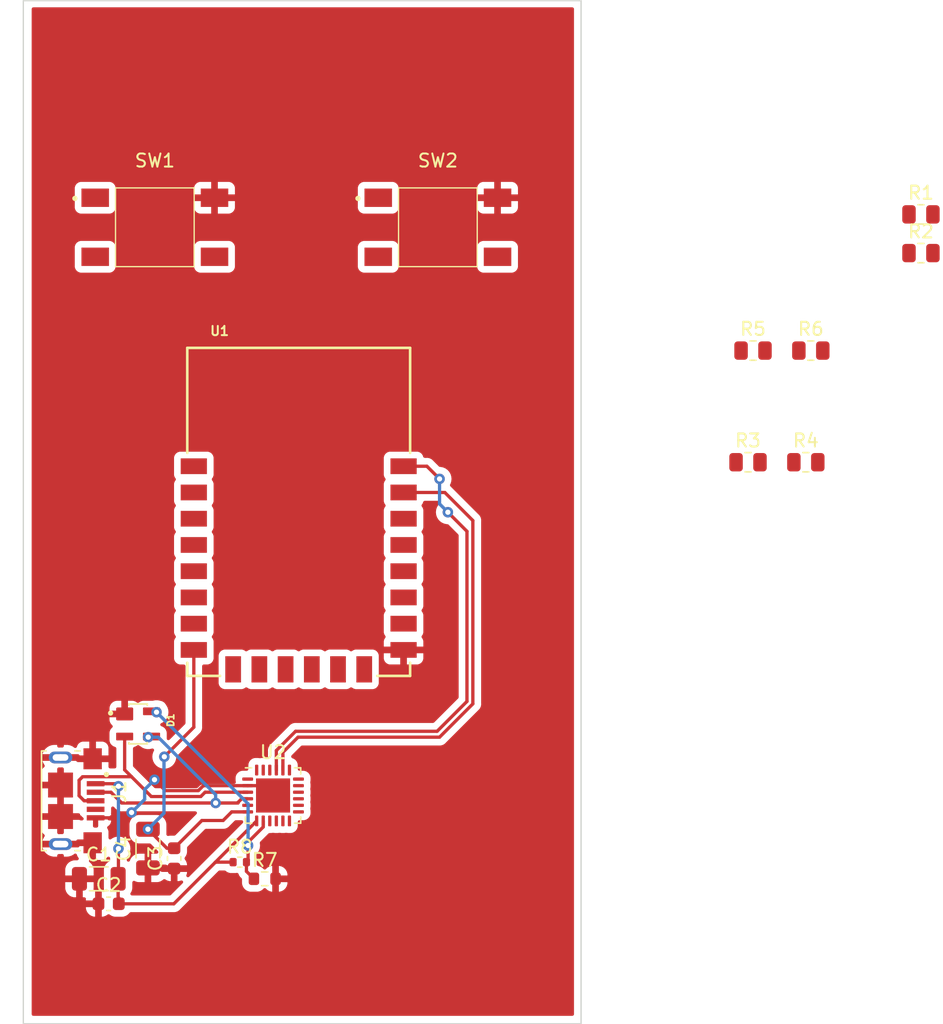
<source format=kicad_pcb>
(kicad_pcb (version 20211014) (generator pcbnew)
  (layers (0 "F.Cu" signal) (31 "B.Cu" signal) (34 "B.Paste" user) (35 "F.Paste" user) (36 "B.SilkS" user "B.Silkscreen") (37 "F.SilkS" user "F.Silkscreen") (38 "B.Mask" user) (39 "F.Mask" user) (44 "Edge.Cuts" user))
  (net 0 "")
  (net 1 "GND")
  (net 2 "/USB/VREGIN")
  (net 3 "+3V3")
  (net 4 "Net-(D1-Pad2)")
  (net 5 "Net-(D1-Pad3)")
  (net 6 "Net-(D1-Pad4)")
  (net 8 "Net-(R1-Pad1)")
  (net 9 "Net-(R2-Pad2)")
  (net 10 "Net-(R3-Pad1)")
  (net 11 "Net-(R4-Pad2)")
  (net 12 "/Microcontroller/SDA")
  (net 13 "/Microcontroller/SCL")
  (net 14 "Net-(R9-Pad1)")
  (net 15 "/USB/RST")
  (net 17 "/Microcontroller/RX")
  (net 18 "/Microcontroller/TX")
  (footprint "Resistor_SMD:R_0805_2012Metric" (layer "F.Cu") (at 147.066 82.296)
    (fp_text reference "R6" (at 0 -1.65) (layer "F.SilkS"))
    (fp_text value "4.7k")
    (fp_line (start -0.227064 -0.735) (end 0.227064 -0.735) (layer "F.SilkS") (width 0.12))
    (fp_line (start -0.227064 0.735) (end 0.227064 0.735) (layer "F.SilkS") (width 0.12))
    (pad "1" smd roundrect (at -0.9125 0) (size 1.025 1.4) (layers "F.Cu" "F.Paste" "F.Mask") (roundrect_rratio 0.243902) (net 3 "+3V3"))
    (pad "2" smd roundrect (at 0.9125 0) (size 1.025 1.4) (layers "F.Cu" "F.Paste" "F.Mask") (roundrect_rratio 0.243902) (net 13 "/Microcontroller/SCL"))
  )
  (footprint "Capacitor_SMD:C_0603_1608Metric" (layer "F.Cu") (at 98.5 121 90)
    (fp_text reference "C3" (at 0 -1.43 90) (layer "F.SilkS"))
    (fp_text value "0.1uF")
    (fp_line (start -0.14058 0.51) (end 0.14058 0.51) (layer "F.SilkS") (width 0.12))
    (fp_line (start -0.14058 -0.51) (end 0.14058 -0.51) (layer "F.SilkS") (width 0.12))
    (pad "1" smd roundrect (at -0.775 0 90) (size 0.9 0.95) (layers "F.Cu" "F.Paste" "F.Mask") (net 1 "GND"))
    (pad "2" smd roundrect (at 0.775 0 90) (size 0.9 0.95) (layers "F.Cu" "F.Paste" "F.Mask") (net 3 "+3V3"))
  )
  (footprint "Resistor_SMD:R_0603_1608Metric" (layer "F.Cu") (at 105.41 122.555)
    (fp_text reference "R7" (at 0 -1.43) (layer "F.SilkS"))
    (fp_text value "47.5k")
    (fp_line (start -0.237258 -0.5225) (end 0.237258 -0.5225) (layer "F.SilkS") (width 0.12))
    (fp_line (start -0.237258 0.5225) (end 0.237258 0.5225) (layer "F.SilkS") (width 0.12))
    (pad "1" smd roundrect (at -0.825 0) (size 0.8 0.95) (layers "F.Cu" "F.Paste" "F.Mask") (net 6 "Net-(D1-Pad4)"))
    (pad "2" smd roundrect (at 0.825 0) (size 0.8 0.95) (layers "F.Cu" "F.Paste" "F.Mask") (net 1 "GND"))
  )
  (footprint "TL3301AF260QG Pushbutton:TL3301AF260QG" (layer "F.Cu") (at 97.028 72.898)
    (fp_text reference "SW1" (at 0 -5.08) (layer "F.SilkS"))
    (fp_text value "SW_SPST")
    (fp_line (start -3 3) (end 3 3) (layer "F.SilkS") (width 0.1))
    (fp_line (start 3 -3) (end -3 -3) (layer "F.SilkS") (width 0.1))
    (fp_line (start 3 3) (end 3 -3) (layer "F.SilkS") (width 0.1))
    (fp_line (start -3 -3) (end -3 3) (layer "F.SilkS") (width 0.1))
    (fp_arc (start -6.1 -2.3) (mid -6 -2.2) (end -6.1 -2.1) (layer "F.SilkS") (width 0.2))
    (fp_arc (start -6.1 -2.1) (mid -6.2 -2.2) (end -6.1 -2.3) (layer "F.SilkS") (width 0.2))
    (pad "1" smd rect locked (at -4.55 -2.25) (size 2.1 1.4) (layers "F.Cu" "F.Paste" "F.Mask") (net 9 "Net-(R2-Pad2)"))
    (pad "2" smd rect locked (at 4.55 -2.25) (size 2.1 1.4) (layers "F.Cu" "F.Paste" "F.Mask") (net 1 "GND"))
    (pad "3" smd rect locked (at -4.55 2.25) (size 2.1 1.4) (layers "F.Cu" "F.Paste" "F.Mask"))
    (pad "4" smd rect locked (at 4.55 2.25) (size 2.1 1.4) (layers "F.Cu" "F.Paste" "F.Mask"))
  )
  (footprint "Resistor_SMD:R_0805_2012Metric" (layer "F.Cu") (at 155.466 74.866)
    (fp_text reference "R2" (at 0 -1.65) (layer "F.SilkS"))
    (fp_text value "10k")
    (fp_line (start -0.227064 -0.735) (end 0.227064 -0.735) (layer "F.SilkS") (width 0.12))
    (fp_line (start -0.227064 0.735) (end 0.227064 0.735) (layer "F.SilkS") (width 0.12))
    (pad "1" smd roundrect (at -0.9125 0) (size 1.025 1.4) (layers "F.Cu" "F.Paste" "F.Mask") (roundrect_rratio 0.243902) (net 3 "+3V3"))
    (pad "2" smd roundrect (at 0.9125 0) (size 1.025 1.4) (layers "F.Cu" "F.Paste" "F.Mask") (roundrect_rratio 0.243902) (net 9 "Net-(R2-Pad2)"))
  )
  (footprint "TL3301AF260QG Pushbutton:TL3301AF260QG" (layer "F.Cu") (at 118.618 72.898)
    (fp_text reference "SW2" (at 0 -5.08) (layer "F.SilkS"))
    (fp_text value "SW_SPST")
    (fp_line (start -3 3) (end 3 3) (layer "F.SilkS") (width 0.1))
    (fp_line (start -3 -3) (end -3 3) (layer "F.SilkS") (width 0.1))
    (fp_line (start 3 -3) (end -3 -3) (layer "F.SilkS") (width 0.1))
    (fp_line (start 3 3) (end 3 -3) (layer "F.SilkS") (width 0.1))
    (fp_arc (start -6.1 -2.3) (mid -6 -2.2) (end -6.1 -2.1) (layer "F.SilkS") (width 0.2))
    (fp_arc (start -6.1 -2.1) (mid -6.2 -2.2) (end -6.1 -2.3) (layer "F.SilkS") (width 0.2))
    (pad "1" smd rect locked (at -4.55 -2.25) (size 2.1 1.4) (layers "F.Cu" "F.Paste" "F.Mask") (net 11 "Net-(R4-Pad2)"))
    (pad "2" smd rect locked (at 4.55 -2.25) (size 2.1 1.4) (layers "F.Cu" "F.Paste" "F.Mask") (net 1 "GND"))
    (pad "3" smd rect locked (at -4.55 2.25) (size 2.1 1.4) (layers "F.Cu" "F.Paste" "F.Mask"))
    (pad "4" smd rect locked (at 4.55 2.25) (size 2.1 1.4) (layers "F.Cu" "F.Paste" "F.Mask"))
  )
  (footprint "Resistor_SMD:R_0805_2012Metric" (layer "F.Cu") (at 155.466 71.916)
    (fp_text reference "R1" (at 0 -1.65) (layer "F.SilkS"))
    (fp_text value "10k")
    (fp_line (start -0.227064 0.735) (end 0.227064 0.735) (layer "F.SilkS") (width 0.12))
    (fp_line (start -0.227064 -0.735) (end 0.227064 -0.735) (layer "F.SilkS") (width 0.12))
    (pad "1" smd roundrect (at -0.9125 0) (size 1.025 1.4) (layers "F.Cu" "F.Paste" "F.Mask") (roundrect_rratio 0.243902) (net 8 "Net-(R1-Pad1)"))
    (pad "2" smd roundrect (at 0.9125 0) (size 1.025 1.4) (layers "F.Cu" "F.Paste" "F.Mask") (roundrect_rratio 0.243902) (net 3 "+3V3"))
  )
  (footprint "Capacitor_SMD:C_0603_1608Metric" (layer "F.Cu") (at 93.5 124.46)
    (fp_text reference "C2" (at 0 -1.43) (layer "F.SilkS"))
    (fp_text value "0.1uF")
    (fp_line (start -0.14058 -0.51) (end 0.14058 -0.51) (layer "F.SilkS") (width 0.12))
    (fp_line (start -0.14058 0.51) (end 0.14058 0.51) (layer "F.SilkS") (width 0.12))
    (pad "1" smd roundrect (at -0.775 0) (size 0.9 0.95) (layers "F.Cu" "F.Paste" "F.Mask") (net 1 "GND"))
    (pad "2" smd roundrect (at 0.775 0) (size 0.9 0.95) (layers "F.Cu" "F.Paste" "F.Mask") (net 2 "/USB/VREGIN"))
  )
  (footprint "Resistor_SMD:R_0805_2012Metric" (layer "F.Cu") (at 142.656 82.296)
    (fp_text reference "R5" (at 0 -1.65) (layer "F.SilkS"))
    (fp_text value "4.7k")
    (fp_line (start -0.227064 0.735) (end 0.227064 0.735) (layer "F.SilkS") (width 0.12))
    (fp_line (start -0.227064 -0.735) (end 0.227064 -0.735) (layer "F.SilkS") (width 0.12))
    (pad "1" smd roundrect (at -0.9125 0) (size 1.025 1.4) (layers "F.Cu" "F.Paste" "F.Mask") (roundrect_rratio 0.243902) (net 3 "+3V3"))
    (pad "2" smd roundrect (at 0.9125 0) (size 1.025 1.4) (layers "F.Cu" "F.Paste" "F.Mask") (roundrect_rratio 0.243902) (net 12 "/Microcontroller/SDA"))
  )
  (footprint "Package_DFN_QFN:QFN-24-1EP_4x4mm_P0.5mm_EP2.6x2.6mm" (layer "F.Cu") (at 106.045 116.205)
    (fp_text reference "U2" (at 0 -3.3) (layer "F.SilkS"))
    (fp_text value "CP2102N-Axx-xQFN24")
    (fp_line (start -2.11 2.11) (end -2.11 1.635) (layer "F.SilkS") (width 0.12))
    (fp_line (start 1.635 -2.11) (end 2.11 -2.11) (layer "F.SilkS") (width 0.12))
    (fp_line (start 1.635 2.11) (end 2.11 2.11) (layer "F.SilkS") (width 0.12))
    (fp_line (start 2.11 2.11) (end 2.11 1.635) (layer "F.SilkS") (width 0.12))
    (fp_line (start -1.635 2.11) (end -2.11 2.11) (layer "F.SilkS") (width 0.12))
    (fp_line (start 2.11 -2.11) (end 2.11 -1.635) (layer "F.SilkS") (width 0.12))
    (fp_line (start -1.635 -2.11) (end -2.11 -2.11) (layer "F.SilkS") (width 0.12))
    (pad "1" smd roundrect (at -1.9375 -1.25) (size 0.825 0.25) (layers "F.Cu" "F.Paste" "F.Mask"))
    (pad "2" smd roundrect (at -1.9375 -0.75) (size 0.825 0.25) (layers "F.Cu" "F.Paste" "F.Mask") (net 1 "GND"))
    (pad "3" smd roundrect (at -1.9375 -0.25) (size 0.825 0.25) (layers "F.Cu" "F.Paste" "F.Mask") (net 4 "Net-(D1-Pad2)"))
    (pad "4" smd roundrect (at -1.9375 0.25) (size 0.825 0.25) (layers "F.Cu" "F.Paste" "F.Mask") (net 5 "Net-(D1-Pad3)"))
    (pad "5" smd roundrect (at -1.9375 0.75) (size 0.825 0.25) (layers "F.Cu" "F.Paste" "F.Mask") (net 15 "/USB/RST"))
    (pad "6" smd roundrect (at -1.9375 1.25) (size 0.825 0.25) (layers "F.Cu" "F.Paste" "F.Mask") (net 3 "+3V3"))
    (pad "7" smd roundrect (at -1.25 1.9375) (size 0.25 0.825) (layers "F.Cu" "F.Paste" "F.Mask") (net 2 "/USB/VREGIN"))
    (pad "8" smd roundrect (at -0.75 1.9375) (size 0.25 0.825) (layers "F.Cu" "F.Paste" "F.Mask") (net 6 "Net-(D1-Pad4)"))
    (pad "9" smd roundrect (at -0.25 1.9375) (size 0.25 0.825) (layers "F.Cu" "F.Paste" "F.Mask") (net 14 "Net-(R9-Pad1)"))
    (pad "10" smd roundrect (at 0.25 1.9375) (size 0.25 0.825) (layers "F.Cu" "F.Paste" "F.Mask"))
    (pad "11" smd roundrect (at 0.75 1.9375) (size 0.25 0.825) (layers "F.Cu" "F.Paste" "F.Mask"))
    (pad "12" smd roundrect (at 1.25 1.9375) (size 0.25 0.825) (layers "F.Cu" "F.Paste" "F.Mask"))
    (pad "13" smd roundrect (at 1.9375 1.25) (size 0.825 0.25) (layers "F.Cu" "F.Paste" "F.Mask"))
    (pad "14" smd roundrect (at 1.9375 0.75) (size 0.825 0.25) (layers "F.Cu" "F.Paste" "F.Mask"))
    (pad "15" smd roundrect (at 1.9375 0.25) (size 0.825 0.25) (layers "F.Cu" "F.Paste" "F.Mask"))
    (pad "16" smd roundrect (at 1.9375 -0.25) (size 0.825 0.25) (layers "F.Cu" "F.Paste" "F.Mask"))
    (pad "17" smd roundrect (at 1.9375 -0.75) (size 0.825 0.25) (layers "F.Cu" "F.Paste" "F.Mask"))
    (pad "18" smd roundrect (at 1.9375 -1.25) (size 0.825 0.25) (layers "F.Cu" "F.Paste" "F.Mask"))
    (pad "19" smd roundrect (at 1.25 -1.9375) (size 0.25 0.825) (layers "F.Cu" "F.Paste" "F.Mask"))
    (pad "20" smd roundrect (at 0.75 -1.9375) (size 0.25 0.825) (layers "F.Cu" "F.Paste" "F.Mask") (net 17 "/Microcontroller/RX"))
    (pad "21" smd roundrect (at 0.25 -1.9375) (size 0.25 0.825) (layers "F.Cu" "F.Paste" "F.Mask") (net 18 "/Microcontroller/TX"))
    (pad "22" smd roundrect (at -0.25 -1.9375) (size 0.25 0.825) (layers "F.Cu" "F.Paste" "F.Mask"))
    (pad "23" smd roundrect (at -0.75 -1.9375) (size 0.25 0.825) (layers "F.Cu" "F.Paste" "F.Mask"))
    (pad "24" smd roundrect (at -1.25 -1.9375) (size 0.25 0.825) (layers "F.Cu" "F.Paste" "F.Mask"))
    (pad "25" smd rect (at 0 0) (size 2.6 2.6) (layers "F.Cu" "F.Mask") (net 1 "GND"))
  )
  (footprint "Libraries:ESP-12F" (layer "F.Cu") (at 108 94.59)
    (fp_text reference "U1" (at -6.03654 -13.788698) (layer "F.SilkS") (effects (font (size 0.700469 0.700469))))
    (fp_text value "ESP-12F")
    (fp_line (start 8.5 12.5) (end 8.5 11.5) (layer "F.SilkS") (width 0.2))
    (fp_line (start 8.5 -12.5) (end 8.5 -4.5) (layer "F.SilkS") (width 0.2))
    (fp_line (start -8.5 -12.5) (end -8.5 -4.5) (layer "F.SilkS") (width 0.2))
    (fp_line (start -8.5 -12.5) (end 8.5 -12.5) (layer "F.SilkS") (width 0.2))
    (fp_line (start 8.5 12.5) (end 6 12.5) (layer "F.SilkS") (width 0.2))
    (fp_line (start -8.5 11.5) (end -8.5 12.5) (layer "F.SilkS") (width 0.2))
    (fp_line (start -8.5 12.5) (end -6 12.5) (layer "F.SilkS") (width 0.2))
    (pad "1" smd rect locked (at -8 -3.48) (size 2 1.2) (layers "F.Cu" "F.Paste" "F.Mask") (net 9 "Net-(R2-Pad2)"))
    (pad "2" smd rect locked (at -8 -1.48) (size 2 1.2) (layers "F.Cu" "F.Paste" "F.Mask"))
    (pad "3" smd rect locked (at -8 0.52) (size 2 1.2) (layers "F.Cu" "F.Paste" "F.Mask") (net 8 "Net-(R1-Pad1)"))
    (pad "4" smd rect locked (at -8 2.52) (size 2 1.2) (layers "F.Cu" "F.Paste" "F.Mask"))
    (pad "5" smd rect locked (at -8 4.52) (size 2 1.2) (layers "F.Cu" "F.Paste" "F.Mask"))
    (pad "6" smd rect locked (at -8 6.52) (size 2 1.2) (layers "F.Cu" "F.Paste" "F.Mask"))
    (pad "7" smd rect locked (at -8 8.52) (size 2 1.2) (layers "F.Cu" "F.Paste" "F.Mask"))
    (pad "8" smd rect locked (at -8 10.52) (size 2 1.2) (layers "F.Cu" "F.Paste" "F.Mask") (net 3 "+3V3"))
    (pad "9" smd rect locked (at -5 12 90) (size 2 1.2) (layers "F.Cu" "F.Paste" "F.Mask"))
    (pad "10" smd rect locked (at -3 12 90) (size 2 1.2) (layers "F.Cu" "F.Paste" "F.Mask"))
    (pad "11" smd rect locked (at -1 12 90) (size 2 1.2) (layers "F.Cu" "F.Paste" "F.Mask"))
    (pad "12" smd rect locked (at 1 12 90) (size 2 1.2) (layers "F.Cu" "F.Paste" "F.Mask"))
    (pad "13" smd rect locked (at 3 12 90) (size 2 1.2) (layers "F.Cu" "F.Paste" "F.Mask"))
    (pad "14" smd rect locked (at 5 12 90) (size 2 1.2) (layers "F.Cu" "F.Paste" "F.Mask"))
    (pad "15" smd rect locked (at 8 10.52) (size 2 1.2) (layers "F.Cu" "F.Paste" "F.Mask") (net 1 "GND"))
    (pad "16" smd rect locked (at 8 8.52) (size 2 1.2) (layers "F.Cu" "F.Paste" "F.Mask") (net 10 "Net-(R3-Pad1)"))
    (pad "17" smd rect locked (at 8 6.52) (size 2 1.2) (layers "F.Cu" "F.Paste" "F.Mask"))
    (pad "18" smd rect locked (at 8 4.52) (size 2 1.2) (layers "F.Cu" "F.Paste" "F.Mask") (net 11 "Net-(R4-Pad2)"))
    (pad "19" smd rect locked (at 8 2.52) (size 2 1.2) (layers "F.Cu" "F.Paste" "F.Mask") (net 12 "/Microcontroller/SDA"))
    (pad "20" smd rect locked (at 8 0.52) (size 2 1.2) (layers "F.Cu" "F.Paste" "F.Mask") (net 13 "/Microcontroller/SCL"))
    (pad "21" smd rect locked (at 8 -1.48) (size 2 1.2) (layers "F.Cu" "F.Paste" "F.Mask") (net 17 "/Microcontroller/RX"))
    (pad "22" smd rect locked (at 8 -3.48) (size 2 1.2) (layers "F.Cu" "F.Paste" "F.Mask") (net 18 "/Microcontroller/TX"))
  )
  (footprint "Resistor_SMD:R_0402_1005Metric" (layer "F.Cu") (at 103.505 121.285)
    (fp_text reference "R8" (at 0 -1.17) (layer "F.SilkS"))
    (fp_text value "22.1k")
    (fp_line (start -0.153641 0.38) (end 0.153641 0.38) (layer "F.SilkS") (width 0.12))
    (fp_line (start -0.153641 -0.38) (end 0.153641 -0.38) (layer "F.SilkS") (width 0.12))
    (pad "1" smd roundrect (at -0.51 0) (size 0.54 0.64) (layers "F.Cu" "F.Paste" "F.Mask") (net 2 "/USB/VREGIN"))
    (pad "2" smd roundrect (at 0.51 0) (size 0.54 0.64) (layers "F.Cu" "F.Paste" "F.Mask") (net 6 "Net-(D1-Pad4)"))
  )
  (footprint "Resistor_SMD:R_0805_2012Metric" (layer "F.Cu") (at 146.685 90.805)
    (fp_text reference "R4" (at 0 -1.65) (layer "F.SilkS"))
    (fp_text value "10k")
    (fp_line (start -0.227064 0.735) (end 0.227064 0.735) (layer "F.SilkS") (width 0.12))
    (fp_line (start -0.227064 -0.735) (end 0.227064 -0.735) (layer "F.SilkS") (width 0.12))
    (pad "1" smd roundrect (at -0.9125 0) (size 1.025 1.4) (layers "F.Cu" "F.Paste" "F.Mask") (roundrect_rratio 0.243902) (net 3 "+3V3"))
    (pad "2" smd roundrect (at 0.9125 0) (size 1.025 1.4) (layers "F.Cu" "F.Paste" "F.Mask") (roundrect_rratio 0.243902) (net 11 "Net-(R4-Pad2)"))
  )
  (footprint "Capacitor_SMD:C_1206_3216Metric" (layer "F.Cu") (at 92.75 122.555)
    (fp_text reference "C1" (at 0 -1.85) (layer "F.SilkS"))
    (fp_text value "4.7uF")
    (fp_line (start -0.711252 0.91) (end 0.711252 0.91) (layer "F.SilkS") (width 0.12))
    (fp_line (start -0.711252 -0.91) (end 0.711252 -0.91) (layer "F.SilkS") (width 0.12))
    (pad "1" smd roundrect (at -1.475 0) (size 1.15 1.8) (layers "F.Cu" "F.Paste" "F.Mask") (roundrect_rratio 0.217391) (net 1 "GND"))
    (pad "2" smd roundrect (at 1.475 0) (size 1.15 1.8) (layers "F.Cu" "F.Paste" "F.Mask") (roundrect_rratio 0.217391) (net 2 "/USB/VREGIN"))
  )
  (footprint "10118193-0001LF Micro B Port:FCI_10118193-0001LF" (layer "F.Cu") (at 89.8325 116.60775 -90)
    (fp_text reference "J1" (at -0.67941 -4.48892 90) (layer "F.SilkS"))
    (fp_text value "10118193-0001LF")
    (fp_line (start -3.8 1.45) (end 3.8 1.45) (layer "F.SilkS") (width 0.127))
    (fp_line (start -3.8 1.1) (end -3.8 1.4) (layer "F.SilkS") (width 0.127))
    (fp_line (start -3.8 -1.5) (end -3.8 -1.1) (layer "F.SilkS") (width 0.127))
    (fp_line (start 3.8 1.1) (end 3.8 1.4) (layer "F.SilkS") (width 0.127))
    (fp_line (start 3.8 -1.1) (end 3.8 -1.5) (layer "F.SilkS") (width 0.127))
    (fp_circle (center -2 -3.5) (end -1.9 -3.5) (layer "F.SilkS") (width 0.2) (fill none))
    (pad "" np_thru_hole circle locked (at 3.3 0 270) (size 0.5 0.5) (drill 0.5) (layers *.Cu *.Mask))
    (pad "" np_thru_hole circle locked (at -3.3 0 270) (size 0.5 0.5) (drill 0.5) (layers *.Cu *.Mask))
    (pad "1" smd rect locked (at -1.3 -2.675 270) (size 0.4 1.35) (layers "F.Cu" "F.Paste" "F.Mask") (net 2 "/USB/VREGIN"))
    (pad "2" smd rect locked (at -0.65 -2.675 270) (size 0.4 1.35) (layers "F.Cu" "F.Paste" "F.Mask") (net 5 "Net-(D1-Pad3)"))
    (pad "3" smd rect locked (at 0 -2.675 270) (size 0.4 1.35) (layers "F.Cu" "F.Paste" "F.Mask") (net 4 "Net-(D1-Pad2)"))
    (pad "4" smd rect locked (at 0.65 -2.675 270) (size 0.4 1.35) (layers "F.Cu" "F.Paste" "F.Mask"))
    (pad "5" smd rect locked (at 1.3 -2.675 270) (size 0.4 1.35) (layers "F.Cu" "F.Paste" "F.Mask") (net 1 "GND"))
    (pad "S1" smd rect locked (at -3.2 -2.45 270) (size 1.6 1.4) (layers "F.Cu" "F.Paste" "F.Mask") (net 1 "GND"))
    (pad "S2" smd rect locked (at 3.2 -2.45 270) (size 1.6 1.4) (layers "F.Cu" "F.Paste" "F.Mask") (net 1 "GND"))
    (pad "S3" smd rect locked (at 1.2 0 270) (size 1.9 1.9) (layers "F.Cu" "F.Paste" "F.Mask") (net 1 "GND"))
    (pad "S4" smd rect locked (at -1.2 0 270) (size 1.9 1.9) (layers "F.Cu" "F.Paste" "F.Mask") (net 1 "GND"))
    (pad "S5" thru_hole oval locked (at -3.3 0 270) (size 0.9 1.8) (drill oval 0.5 1.2) (layers *.Cu *.Mask) (net 1 "GND"))
    (pad "S6" thru_hole oval locked (at 3.3 0 270) (size 0.9 1.8) (drill oval 0.5 1.2) (layers *.Cu *.Mask) (net 1 "GND"))
  )
  (footprint "SP0503BAHTG:SOT143" (layer "F.Cu") (at 95.75 110.75 -90)
    (fp_text reference "D1" (at -0.280513 -2.488546 90) (layer "F.SilkS") (effects (font (size 0.512749 0.512749))))
    (fp_text value "SP0503BAHTG")
    (fp_line (start 1.52 -0.7) (end 1.52 0.7) (layer "F.SilkS") (width 0.127))
    (fp_line (start 1.52 0.7) (end 1.42 0.7) (layer "F.SilkS") (width 0.127))
    (fp_line (start -1.52 -0.7) (end -1.52 0.7) (layer "F.SilkS") (width 0.127))
    (fp_line (start -1.52 0.7) (end -1.42 0.7) (layer "F.SilkS") (width 0.127))
    (fp_line (start 1.52 -0.7) (end 1.42 -0.7) (layer "F.SilkS") (width 0.127))
    (fp_line (start -1.52 -0.7) (end -1.42 -0.7) (layer "F.SilkS") (width 0.127))
    (fp_circle (center -0.827 2.1) (end -0.727 2.1) (layer "F.SilkS") (width 0.2) (fill none))
    (pad "1" smd roundrect locked (at -0.76 1.025 270) (size 0.99 1.3) (layers "F.Cu" "F.Paste" "F.Mask") (roundrect_rratio 0.1) (net 1 "GND"))
    (pad "2" smd roundrect locked (at 0.96 1.025 270) (size 0.59 1.3) (layers "F.Cu" "F.Paste" "F.Mask") (roundrect_rratio 0.1) (net 4 "Net-(D1-Pad2)"))
    (pad "3" smd roundrect locked (at 0.96 -1.025 270) (size 0.59 1.3) (layers "F.Cu" "F.Paste" "F.Mask") (roundrect_rratio 0.1) (net 5 "Net-(D1-Pad3)"))
    (pad "4" smd roundrect locked (at -0.96 -1.025 270) (size 0.59 1.3) (layers "F.Cu" "F.Paste" "F.Mask") (roundrect_rratio 0.1) (net 6 "Net-(D1-Pad4)"))
  )
  (footprint "Resistor_SMD:R_0805_2012Metric" (layer "F.Cu") (at 142.275 90.805)
    (fp_text reference "R3" (at 0 -1.65) (layer "F.SilkS"))
    (fp_text value "10k")
    (fp_line (start -0.227064 -0.735) (end 0.227064 -0.735) (layer "F.SilkS") (width 0.12))
    (fp_line (start -0.227064 0.735) (end 0.227064 0.735) (layer "F.SilkS") (width 0.12))
    (pad "1" smd roundrect (at -0.9125 0) (size 1.025 1.4) (layers "F.Cu" "F.Paste" "F.Mask") (roundrect_rratio 0.243902) (net 10 "Net-(R3-Pad1)"))
    (pad "2" smd roundrect (at 0.9125 0) (size 1.025 1.4) (layers "F.Cu" "F.Paste" "F.Mask") (roundrect_rratio 0.243902) (net 1 "GND"))
  )
  (footprint "Capacitor_SMD:C_1206_3216Metric" (layer "F.Cu") (at 96.5 120.25 90)
    (fp_text reference "C4" (at 0 -1.85 90) (layer "F.SilkS"))
    (fp_text value "4.7uF")
    (fp_line (start -0.711252 0.91) (end 0.711252 0.91) (layer "F.SilkS") (width 0.12))
    (fp_line (start -0.711252 -0.91) (end 0.711252 -0.91) (layer "F.SilkS") (width 0.12))
    (pad "1" smd roundrect (at -1.475 0 90) (size 1.15 1.8) (layers "F.Cu" "F.Paste" "F.Mask") (roundrect_rratio 0.217391) (net 1 "GND"))
    (pad "2" smd roundrect (at 1.475 0 90) (size 1.15 1.8) (layers "F.Cu" "F.Paste" "F.Mask") (roundrect_rratio 0.217391) (net 3 "+3V3"))
  )
  (gr_rect (start 86.995 55.626) (end 129.54 133.604) (layer "Edge.Cuts") (width 0.1) (fill none))
  (segment (start 105.295 115.455) (end 106.045 116.205) (width 0.25) (layer "F.Cu") (net 1))
  (segment (start 92.5075 117.90775) (end 94.84225 117.90775) (width 0.25) (layer "F.Cu") (net 1))
  (segment (start 97.836 115.836) (end 100.341999 115.836) (width 0.25) (layer "F.Cu") (net 1))
  (segment (start 97 115) (end 97.836 115.836) (width 0.25) (layer "F.Cu") (net 1))
  (segment (start 100.341999 115.836) (end 100.722999 115.455) (width 0.25) (layer "F.Cu") (net 1))
  (segment (start 104.1075 115.455) (end 105.295 115.455) (width 0.25) (layer "F.Cu") (net 1))
  (segment (start 100.722999 115.455) (end 104.1075 115.455) (width 0.25) (layer "F.Cu") (net 1))
  (segment (start 94.84225 117.90775) (end 95.25 117.5) (width 0.25) (layer "F.Cu") (net 1))
  (via (at 95.25 117.5) (size 0.8) (drill 0.4) (layers "F.Cu" "B.Cu") (net 1))
  (via (at 97 115) (size 0.8) (drill 0.4) (layers "F.Cu" "B.Cu") (net 1))
  (segment (start 97 115) (end 96.25 115.75) (width 0.25) (layer "B.Cu") (net 1))
  (segment (start 96.25 116.5) (end 95.25 117.5) (width 0.25) (layer "B.Cu") (net 1))
  (segment (start 96.25 115.75) (end 96.25 116.5) (width 0.25) (layer "B.Cu") (net 1))
  (segment (start 92.5075 115.30775) (end 94.05775 115.30775) (width 0.25) (layer "F.Cu") (net 2))
  (segment (start 98.4775 124.46) (end 101.62625 121.31125) (width 0.25) (layer "F.Cu") (net 2))
  (segment (start 94.225 123.95) (end 94.275 124) (width 0.25) (layer "F.Cu") (net 2))
  (segment (start 94.225 122) (end 94.225 123.95) (width 0.25) (layer "F.Cu") (net 2))
  (segment (start 102.995 121.285) (end 101.6525 121.285) (width 0.25) (layer "F.Cu") (net 2))
  (segment (start 94.05775 115.30775) (end 94.25 115.5) (width 0.25) (layer "F.Cu") (net 2))
  (segment (start 94.25 120.25) (end 94.25 121.975) (width 0.25) (layer "F.Cu") (net 2))
  (segment (start 94.275 124.46) (end 98.4775 124.46) (width 0.25) (layer "F.Cu") (net 2))
  (segment (start 101.6525 121.285) (end 101.62625 121.31125) (width 0.25) (layer "F.Cu") (net 2))
  (segment (start 101.62625 121.31125) (end 104.795 118.1425) (width 0.25) (layer "F.Cu") (net 2))
  (segment (start 94.25 121.975) (end 94.225 122) (width 0.25) (layer "F.Cu") (net 2))
  (via (at 94.25 120.25) (size 0.8) (drill 0.4) (layers "F.Cu" "B.Cu") (net 2))
  (via (at 94.25 115.5) (size 0.8) (drill 0.4) (layers "F.Cu" "B.Cu") (net 2))
  (segment (start 94.25 120.25) (end 94.25 115.5) (width 0.25) (layer "B.Cu") (net 2))
  (segment (start 104.1075 117.455) (end 102.89 117.455) (width 0.25) (layer "F.Cu") (net 3))
  (segment (start 102.235 118.11) (end 100.615 118.11) (width 0.25) (layer "F.Cu") (net 3))
  (segment (start 97.75 113.25) (end 100 111) (width 0.25) (layer "F.Cu") (net 3))
  (segment (start 98.5 120.225) (end 97.95 120.225) (width 0.25) (layer "F.Cu") (net 3))
  (segment (start 97.95 120.225) (end 96.5 118.775) (width 0.25) (layer "F.Cu") (net 3))
  (segment (start 100.615 118.11) (end 98.5 120.225) (width 0.25) (layer "F.Cu") (net 3))
  (segment (start 102.89 117.455) (end 102.235 118.11) (width 0.25) (layer "F.Cu") (net 3))
  (segment (start 100 111) (end 100 105.11) (width 0.25) (layer "F.Cu") (net 3))
  (via (at 97.75 113.25) (size 0.8) (drill 0.4) (layers "F.Cu" "B.Cu") (net 3))
  (via (at 96.5 118.775) (size 0.8) (drill 0.4) (layers "F.Cu" "B.Cu") (net 3))
  (segment (start 97.724511 113.275489) (end 97.75 113.25) (width 0.25) (layer "B.Cu") (net 3))
  (segment (start 97.724511 117.550489) (end 97.724511 113.275489) (width 0.25) (layer "B.Cu") (net 3))
  (segment (start 96.5 118.775) (end 97.724511 117.550489) (width 0.25) (layer "B.Cu") (net 3))
  (segment (start 91.25 115.041228) (end 91.515739 114.775489) (width 0.25) (layer "F.Cu") (net 4))
  (segment (start 94.725 114.250489) (end 94.725 111.71) (width 0.25) (layer "F.Cu") (net 4))
  (segment (start 96.760031 116.28552) (end 100.528197 116.28552) (width 0.25) (layer "F.Cu") (net 4))
  (segment (start 100.858717 115.955) (end 104.1075 115.955) (width 0.25) (layer "F.Cu") (net 4))
  (segment (start 91.633478 116.60775) (end 91.25 116.224272) (width 0.25) (layer "F.Cu") (net 4))
  (segment (start 91.25 116.224272) (end 91.25 115.041228) (width 0.25) (layer "F.Cu") (net 4))
  (segment (start 92.5075 116.60775) (end 91.633478 116.60775) (width 0.25) (layer "F.Cu") (net 4))
  (segment (start 100.528197 116.28552) (end 100.858717 115.955) (width 0.25) (layer "F.Cu") (net 4))
  (segment (start 95.25 114.775489) (end 96.760031 116.28552) (width 0.25) (layer "F.Cu") (net 4))
  (segment (start 91.515739 114.775489) (end 95.25 114.775489) (width 0.25) (layer "F.Cu") (net 4))
  (segment (start 95.25 114.775489) (end 94.725 114.250489) (width 0.25) (layer "F.Cu") (net 4))
  (segment (start 103.37048 116.732192) (end 103.647672 116.455) (width 0.25) (layer "F.Cu") (net 5))
  (segment (start 94.500875 116.775489) (end 101.664511 116.775489) (width 0.25) (layer "F.Cu") (net 5))
  (segment (start 103.37048 116.775489) (end 103.37048 116.732192) (width 0.25) (layer "F.Cu") (net 5))
  (segment (start 103.647672 116.455) (end 104.1075 116.455) (width 0.25) (layer "F.Cu") (net 5))
  (segment (start 93.683136 115.95775) (end 94.500875 116.775489) (width 0.25) (layer "F.Cu") (net 5))
  (segment (start 101.664511 116.775489) (end 103.37048 116.775489) (width 0.25) (layer "F.Cu") (net 5))
  (segment (start 92.5075 115.95775) (end 93.683136 115.95775) (width 0.25) (layer "F.Cu") (net 5))
  (via (at 96.52 111.76) (size 0.8) (drill 0.4) (layers "F.Cu" "B.Cu") (net 5))
  (via (at 101.664511 116.775489) (size 0.8) (drill 0.4) (layers "F.Cu" "B.Cu") (net 5))
  (segment (start 101.664511 116.139897) (end 97.284614 111.76) (width 0.25) (layer "B.Cu") (net 5))
  (segment (start 97.284614 111.76) (end 96.52 111.76) (width 0.25) (layer "B.Cu") (net 5))
  (segment (start 101.664511 116.775489) (end 101.664511 116.139897) (width 0.25) (layer "B.Cu") (net 5))
  (segment (start 104.015 121.985) (end 104.585 122.555) (width 0.25) (layer "F.Cu") (net 6))
  (segment (start 104.015 121.285) (end 104.015 121.985) (width 0.25) (layer "F.Cu") (net 6))
  (segment (start 105.295 118.602328) (end 104.14 119.757328) (width 0.25) (layer "F.Cu") (net 6))
  (segment (start 104.14 121.16) (end 104.015 121.285) (width 0.25) (layer "F.Cu") (net 6))
  (segment (start 104.14 119.757328) (end 104.14 120.015) (width 0.25) (layer "F.Cu") (net 6))
  (segment (start 105.295 118.1425) (end 105.295 118.602328) (width 0.25) (layer "F.Cu") (net 6))
  (segment (start 104.14 120.015) (end 104.14 121.16) (width 0.25) (layer "F.Cu") (net 6))
  (via (at 104.14 120.015) (size 0.8) (drill 0.4) (layers "F.Cu" "B.Cu") (net 6))
  (via (at 97.155 109.855) (size 0.8) (drill 0.4) (layers "F.Cu" "B.Cu") (net 6))
  (segment (start 104.14 120.015) (end 104.14 116.84) (width 0.25) (layer "B.Cu") (net 6))
  (segment (start 104.14 116.84) (end 97.155 109.855) (width 0.25) (layer "B.Cu") (net 6))
  (segment (start 118.745 111.76) (end 107.95 111.76) (width 0.25) (layer "F.Cu") (net 17))
  (segment (start 121.285 109.22) (end 118.745 111.76) (width 0.25) (layer "F.Cu") (net 17))
  (segment (start 107.95 111.76) (end 106.795 112.915) (width 0.25) (layer "F.Cu") (net 17))
  (segment (start 116 93.11) (end 119.145 93.11) (width 0.25) (layer "F.Cu") (net 17))
  (segment (start 106.795 112.915) (end 106.795 114.2675) (width 0.25) (layer "F.Cu") (net 17))
  (segment (start 121.285 95.25) (end 121.285 109.22) (width 0.25) (layer "F.Cu") (net 17))
  (segment (start 119.145 93.11) (end 121.285 95.25) (width 0.25) (layer "F.Cu") (net 17))
  (segment (start 120.83548 96.07048) (end 120.83548 109.033802) (width 0.25) (layer "F.Cu") (net 18))
  (segment (start 106.295 112.779283) (end 106.295 114.2675) (width 0.25) (layer "F.Cu") (net 18))
  (segment (start 117.78 91.11) (end 118.745 92.075) (width 0.25) (layer "F.Cu") (net 18))
  (segment (start 116 91.11) (end 117.78 91.11) (width 0.25) (layer "F.Cu") (net 18))
  (segment (start 118.558802 111.31048) (end 107.763803 111.31048) (width 0.25) (layer "F.Cu") (net 18))
  (segment (start 119.38 94.615) (end 120.83548 96.07048) (width 0.25) (layer "F.Cu") (net 18))
  (segment (start 120.83548 109.033802) (end 118.558802 111.31048) (width 0.25) (layer "F.Cu") (net 18))
  (segment (start 107.763803 111.31048) (end 106.295 112.779283) (width 0.25) (layer "F.Cu") (net 18))
  (via (at 119.38 94.615) (size 0.8) (drill 0.4) (layers "F.Cu" "B.Cu") (net 18))
  (via (at 118.745 92.075) (size 0.8) (drill 0.4) (layers "F.Cu" "B.Cu") (net 18))
  (segment (start 119.38 94.615) (end 118.745 93.98) (width 0.25) (layer "B.Cu") (net 18))
  (segment (start 118.745 93.98) (end 118.745 92.075) (width 0.25) (layer "B.Cu") (net 18))
  (zone (net 1) (net_name "GND") (layer "F.Cu") (connect_pads (clearance 0.508)) (min_thickness 0.254) (fill yes (thermal_gap 0.508) (thermal_bridge_width 0.508))
    (polygon (pts (xy 129 133) (xy 87.63 133) (xy 87.63 56) (xy 129 56)))
  )
)
</source>
